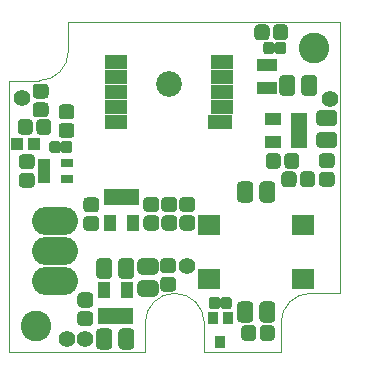
<source format=gbr>
G04 #@! TF.GenerationSoftware,KiCad,Pcbnew,5.1.6-c6e7f7d~87~ubuntu18.04.1*
G04 #@! TF.CreationDate,2020-08-30T01:02:13+03:00*
G04 #@! TF.ProjectId,nikon_gps,6e696b6f-6e5f-4677-9073-2e6b69636164,B*
G04 #@! TF.SameCoordinates,Original*
G04 #@! TF.FileFunction,Soldermask,Top*
G04 #@! TF.FilePolarity,Negative*
%FSLAX46Y46*%
G04 Gerber Fmt 4.6, Leading zero omitted, Abs format (unit mm)*
G04 Created by KiCad (PCBNEW 5.1.6-c6e7f7d~87~ubuntu18.04.1) date 2020-08-30 01:02:13*
%MOMM*%
%LPD*%
G01*
G04 APERTURE LIST*
G04 #@! TA.AperFunction,Profile*
%ADD10C,0.100000*%
G04 #@! TD*
%ADD11R,1.950000X1.700000*%
%ADD12C,1.400000*%
%ADD13R,1.460000X1.050000*%
%ADD14C,2.600000*%
%ADD15O,3.900000X2.400000*%
%ADD16R,1.050000X1.460000*%
%ADD17R,1.700000X1.100000*%
%ADD18R,2.076000X1.264000*%
%ADD19C,2.178000*%
%ADD20R,1.822000X1.264000*%
%ADD21R,1.000000X1.100000*%
%ADD22R,0.850000X1.100000*%
%ADD23R,1.050000X0.800000*%
G04 APERTURE END LIST*
D10*
X116500000Y-125500000D02*
X116500000Y-128000000D01*
X111500000Y-125500000D02*
X111500000Y-128000000D01*
X114000000Y-123000000D02*
G75*
G03*
X111500000Y-125500000I0J-2500000D01*
G01*
X116500000Y-125500000D02*
G75*
G03*
X114000000Y-123000000I-2500000J0D01*
G01*
X100000000Y-128000000D02*
X111500000Y-128000000D01*
X105000000Y-100000000D02*
X128000000Y-100000000D01*
X128000000Y-123000000D02*
X128000000Y-100000000D01*
X116500000Y-128000000D02*
X123000000Y-128000000D01*
X100000000Y-128000000D02*
X100000000Y-105000000D01*
X100000000Y-105000000D02*
X102500000Y-105000000D01*
X105000000Y-102500000D02*
X105000000Y-100000000D01*
X105000000Y-102500000D02*
G75*
G02*
X102500000Y-105000000I-2500000J0D01*
G01*
X123000000Y-125500000D02*
G75*
G02*
X125500000Y-123000000I2500000J0D01*
G01*
X123000000Y-125500000D02*
X123000000Y-128000000D01*
X125500000Y-123000000D02*
X128000000Y-123000000D01*
G36*
G01*
X101116750Y-112799000D02*
X101829250Y-112799000D01*
G75*
G02*
X102148000Y-113117750I0J-318750D01*
G01*
X102148000Y-113755250D01*
G75*
G02*
X101829250Y-114074000I-318750J0D01*
G01*
X101116750Y-114074000D01*
G75*
G02*
X100798000Y-113755250I0J318750D01*
G01*
X100798000Y-113117750D01*
G75*
G02*
X101116750Y-112799000I318750J0D01*
G01*
G37*
G36*
G01*
X101116750Y-111224000D02*
X101829250Y-111224000D01*
G75*
G02*
X102148000Y-111542750I0J-318750D01*
G01*
X102148000Y-112180250D01*
G75*
G02*
X101829250Y-112499000I-318750J0D01*
G01*
X101116750Y-112499000D01*
G75*
G02*
X100798000Y-112180250I0J318750D01*
G01*
X100798000Y-111542750D01*
G75*
G02*
X101116750Y-111224000I318750J0D01*
G01*
G37*
D11*
X116924000Y-121757000D03*
X116924000Y-117257000D03*
X124884000Y-117257000D03*
X124884000Y-121757000D03*
G36*
G01*
X113894250Y-116113500D02*
X113181750Y-116113500D01*
G75*
G02*
X112863000Y-115794750I0J318750D01*
G01*
X112863000Y-115157250D01*
G75*
G02*
X113181750Y-114838500I318750J0D01*
G01*
X113894250Y-114838500D01*
G75*
G02*
X114213000Y-115157250I0J-318750D01*
G01*
X114213000Y-115794750D01*
G75*
G02*
X113894250Y-116113500I-318750J0D01*
G01*
G37*
G36*
G01*
X113894250Y-117688500D02*
X113181750Y-117688500D01*
G75*
G02*
X112863000Y-117369750I0J318750D01*
G01*
X112863000Y-116732250D01*
G75*
G02*
X113181750Y-116413500I318750J0D01*
G01*
X113894250Y-116413500D01*
G75*
G02*
X114213000Y-116732250I0J-318750D01*
G01*
X114213000Y-117369750D01*
G75*
G02*
X113894250Y-117688500I-318750J0D01*
G01*
G37*
G36*
G01*
X127229250Y-112410000D02*
X126516750Y-112410000D01*
G75*
G02*
X126198000Y-112091250I0J318750D01*
G01*
X126198000Y-111453750D01*
G75*
G02*
X126516750Y-111135000I318750J0D01*
G01*
X127229250Y-111135000D01*
G75*
G02*
X127548000Y-111453750I0J-318750D01*
G01*
X127548000Y-112091250D01*
G75*
G02*
X127229250Y-112410000I-318750J0D01*
G01*
G37*
G36*
G01*
X127229250Y-113985000D02*
X126516750Y-113985000D01*
G75*
G02*
X126198000Y-113666250I0J318750D01*
G01*
X126198000Y-113028750D01*
G75*
G02*
X126516750Y-112710000I318750J0D01*
G01*
X127229250Y-112710000D01*
G75*
G02*
X127548000Y-113028750I0J-318750D01*
G01*
X127548000Y-113666250D01*
G75*
G02*
X127229250Y-113985000I-318750J0D01*
G01*
G37*
G36*
G01*
X111178350Y-121916000D02*
X112290850Y-121916000D01*
G75*
G02*
X112634600Y-122259750I0J-343750D01*
G01*
X112634600Y-122947250D01*
G75*
G02*
X112290850Y-123291000I-343750J0D01*
G01*
X111178350Y-123291000D01*
G75*
G02*
X110834600Y-122947250I0J343750D01*
G01*
X110834600Y-122259750D01*
G75*
G02*
X111178350Y-121916000I343750J0D01*
G01*
G37*
G36*
G01*
X111178350Y-120041000D02*
X112290850Y-120041000D01*
G75*
G02*
X112634600Y-120384750I0J-343750D01*
G01*
X112634600Y-121072250D01*
G75*
G02*
X112290850Y-121416000I-343750J0D01*
G01*
X111178350Y-121416000D01*
G75*
G02*
X110834600Y-121072250I0J343750D01*
G01*
X110834600Y-120384750D01*
G75*
G02*
X111178350Y-120041000I343750J0D01*
G01*
G37*
D12*
X101028500Y-106489500D03*
G36*
G01*
X101983400Y-108558950D02*
X101983400Y-109271450D01*
G75*
G02*
X101664650Y-109590200I-318750J0D01*
G01*
X101027150Y-109590200D01*
G75*
G02*
X100708400Y-109271450I0J318750D01*
G01*
X100708400Y-108558950D01*
G75*
G02*
X101027150Y-108240200I318750J0D01*
G01*
X101664650Y-108240200D01*
G75*
G02*
X101983400Y-108558950I0J-318750D01*
G01*
G37*
G36*
G01*
X103558400Y-108558950D02*
X103558400Y-109271450D01*
G75*
G02*
X103239650Y-109590200I-318750J0D01*
G01*
X102602150Y-109590200D01*
G75*
G02*
X102283400Y-109271450I0J318750D01*
G01*
X102283400Y-108558950D01*
G75*
G02*
X102602150Y-108240200I318750J0D01*
G01*
X103239650Y-108240200D01*
G75*
G02*
X103558400Y-108558950I0J-318750D01*
G01*
G37*
G36*
G01*
X102997750Y-106530000D02*
X102285250Y-106530000D01*
G75*
G02*
X101966500Y-106211250I0J318750D01*
G01*
X101966500Y-105573750D01*
G75*
G02*
X102285250Y-105255000I318750J0D01*
G01*
X102997750Y-105255000D01*
G75*
G02*
X103316500Y-105573750I0J-318750D01*
G01*
X103316500Y-106211250D01*
G75*
G02*
X102997750Y-106530000I-318750J0D01*
G01*
G37*
G36*
G01*
X102997750Y-108105000D02*
X102285250Y-108105000D01*
G75*
G02*
X101966500Y-107786250I0J318750D01*
G01*
X101966500Y-107148750D01*
G75*
G02*
X102285250Y-106830000I318750J0D01*
G01*
X102997750Y-106830000D01*
G75*
G02*
X103316500Y-107148750I0J-318750D01*
G01*
X103316500Y-107786250D01*
G75*
G02*
X102997750Y-108105000I-318750J0D01*
G01*
G37*
D13*
X124544000Y-110170000D03*
X124544000Y-109220000D03*
X124544000Y-108270000D03*
X122344000Y-108270000D03*
X122344000Y-110170000D03*
G36*
G01*
X124710000Y-105966250D02*
X124710000Y-104853750D01*
G75*
G02*
X125053750Y-104510000I343750J0D01*
G01*
X125741250Y-104510000D01*
G75*
G02*
X126085000Y-104853750I0J-343750D01*
G01*
X126085000Y-105966250D01*
G75*
G02*
X125741250Y-106310000I-343750J0D01*
G01*
X125053750Y-106310000D01*
G75*
G02*
X124710000Y-105966250I0J343750D01*
G01*
G37*
G36*
G01*
X122835000Y-105966250D02*
X122835000Y-104853750D01*
G75*
G02*
X123178750Y-104510000I343750J0D01*
G01*
X123866250Y-104510000D01*
G75*
G02*
X124210000Y-104853750I0J-343750D01*
G01*
X124210000Y-105966250D01*
G75*
G02*
X123866250Y-106310000I-343750J0D01*
G01*
X123178750Y-106310000D01*
G75*
G02*
X122835000Y-105966250I0J343750D01*
G01*
G37*
G36*
G01*
X122461000Y-101962500D02*
X122461000Y-102507500D01*
G75*
G02*
X122213500Y-102755000I-247500J0D01*
G01*
X121718500Y-102755000D01*
G75*
G02*
X121471000Y-102507500I0J247500D01*
G01*
X121471000Y-101962500D01*
G75*
G02*
X121718500Y-101715000I247500J0D01*
G01*
X122213500Y-101715000D01*
G75*
G02*
X122461000Y-101962500I0J-247500D01*
G01*
G37*
G36*
G01*
X123431000Y-101962500D02*
X123431000Y-102507500D01*
G75*
G02*
X123183500Y-102755000I-247500J0D01*
G01*
X122688500Y-102755000D01*
G75*
G02*
X122441000Y-102507500I0J247500D01*
G01*
X122441000Y-101962500D01*
G75*
G02*
X122688500Y-101715000I247500J0D01*
G01*
X123183500Y-101715000D01*
G75*
G02*
X123431000Y-101962500I0J-247500D01*
G01*
G37*
D14*
X125750000Y-102250000D03*
G36*
G01*
X121154000Y-114983250D02*
X121154000Y-113870750D01*
G75*
G02*
X121497750Y-113527000I343750J0D01*
G01*
X122185250Y-113527000D01*
G75*
G02*
X122529000Y-113870750I0J-343750D01*
G01*
X122529000Y-114983250D01*
G75*
G02*
X122185250Y-115327000I-343750J0D01*
G01*
X121497750Y-115327000D01*
G75*
G02*
X121154000Y-114983250I0J343750D01*
G01*
G37*
G36*
G01*
X119279000Y-114983250D02*
X119279000Y-113870750D01*
G75*
G02*
X119622750Y-113527000I343750J0D01*
G01*
X120310250Y-113527000D01*
G75*
G02*
X120654000Y-113870750I0J-343750D01*
G01*
X120654000Y-114983250D01*
G75*
G02*
X120310250Y-115327000I-343750J0D01*
G01*
X119622750Y-115327000D01*
G75*
G02*
X119279000Y-114983250I0J343750D01*
G01*
G37*
G36*
G01*
X124310000Y-112991250D02*
X124310000Y-113703750D01*
G75*
G02*
X123991250Y-114022500I-318750J0D01*
G01*
X123353750Y-114022500D01*
G75*
G02*
X123035000Y-113703750I0J318750D01*
G01*
X123035000Y-112991250D01*
G75*
G02*
X123353750Y-112672500I318750J0D01*
G01*
X123991250Y-112672500D01*
G75*
G02*
X124310000Y-112991250I0J-318750D01*
G01*
G37*
G36*
G01*
X125885000Y-112991250D02*
X125885000Y-113703750D01*
G75*
G02*
X125566250Y-114022500I-318750J0D01*
G01*
X124928750Y-114022500D01*
G75*
G02*
X124610000Y-113703750I0J318750D01*
G01*
X124610000Y-112991250D01*
G75*
G02*
X124928750Y-112672500I318750J0D01*
G01*
X125566250Y-112672500D01*
G75*
G02*
X125885000Y-112991250I0J-318750D01*
G01*
G37*
G36*
G01*
X122024000Y-100545250D02*
X122024000Y-101257750D01*
G75*
G02*
X121705250Y-101576500I-318750J0D01*
G01*
X121067750Y-101576500D01*
G75*
G02*
X120749000Y-101257750I0J318750D01*
G01*
X120749000Y-100545250D01*
G75*
G02*
X121067750Y-100226500I318750J0D01*
G01*
X121705250Y-100226500D01*
G75*
G02*
X122024000Y-100545250I0J-318750D01*
G01*
G37*
G36*
G01*
X123599000Y-100545250D02*
X123599000Y-101257750D01*
G75*
G02*
X123280250Y-101576500I-318750J0D01*
G01*
X122642750Y-101576500D01*
G75*
G02*
X122324000Y-101257750I0J318750D01*
G01*
X122324000Y-100545250D01*
G75*
G02*
X122642750Y-100226500I318750J0D01*
G01*
X123280250Y-100226500D01*
G75*
G02*
X123599000Y-100545250I0J-318750D01*
G01*
G37*
G36*
G01*
X106782250Y-124208500D02*
X106069750Y-124208500D01*
G75*
G02*
X105751000Y-123889750I0J318750D01*
G01*
X105751000Y-123252250D01*
G75*
G02*
X106069750Y-122933500I318750J0D01*
G01*
X106782250Y-122933500D01*
G75*
G02*
X107101000Y-123252250I0J-318750D01*
G01*
X107101000Y-123889750D01*
G75*
G02*
X106782250Y-124208500I-318750J0D01*
G01*
G37*
G36*
G01*
X106782250Y-125783500D02*
X106069750Y-125783500D01*
G75*
G02*
X105751000Y-125464750I0J318750D01*
G01*
X105751000Y-124827250D01*
G75*
G02*
X106069750Y-124508500I318750J0D01*
G01*
X106782250Y-124508500D01*
G75*
G02*
X107101000Y-124827250I0J-318750D01*
G01*
X107101000Y-125464750D01*
G75*
G02*
X106782250Y-125783500I-318750J0D01*
G01*
G37*
G36*
G01*
X109216000Y-121460250D02*
X109216000Y-120347750D01*
G75*
G02*
X109559750Y-120004000I343750J0D01*
G01*
X110247250Y-120004000D01*
G75*
G02*
X110591000Y-120347750I0J-343750D01*
G01*
X110591000Y-121460250D01*
G75*
G02*
X110247250Y-121804000I-343750J0D01*
G01*
X109559750Y-121804000D01*
G75*
G02*
X109216000Y-121460250I0J343750D01*
G01*
G37*
G36*
G01*
X107341000Y-121460250D02*
X107341000Y-120347750D01*
G75*
G02*
X107684750Y-120004000I343750J0D01*
G01*
X108372250Y-120004000D01*
G75*
G02*
X108716000Y-120347750I0J-343750D01*
G01*
X108716000Y-121460250D01*
G75*
G02*
X108372250Y-121804000I-343750J0D01*
G01*
X107684750Y-121804000D01*
G75*
G02*
X107341000Y-121460250I0J343750D01*
G01*
G37*
G36*
G01*
X120654000Y-124030750D02*
X120654000Y-125143250D01*
G75*
G02*
X120310250Y-125487000I-343750J0D01*
G01*
X119622750Y-125487000D01*
G75*
G02*
X119279000Y-125143250I0J343750D01*
G01*
X119279000Y-124030750D01*
G75*
G02*
X119622750Y-123687000I343750J0D01*
G01*
X120310250Y-123687000D01*
G75*
G02*
X120654000Y-124030750I0J-343750D01*
G01*
G37*
G36*
G01*
X122529000Y-124030750D02*
X122529000Y-125143250D01*
G75*
G02*
X122185250Y-125487000I-343750J0D01*
G01*
X121497750Y-125487000D01*
G75*
G02*
X121154000Y-125143250I0J343750D01*
G01*
X121154000Y-124030750D01*
G75*
G02*
X121497750Y-123687000I343750J0D01*
G01*
X122185250Y-123687000D01*
G75*
G02*
X122529000Y-124030750I0J-343750D01*
G01*
G37*
D15*
X103886000Y-121920000D03*
X103886000Y-119380000D03*
X103886000Y-116840000D03*
G36*
G01*
X127429250Y-108843000D02*
X126316750Y-108843000D01*
G75*
G02*
X125973000Y-108499250I0J343750D01*
G01*
X125973000Y-107811750D01*
G75*
G02*
X126316750Y-107468000I343750J0D01*
G01*
X127429250Y-107468000D01*
G75*
G02*
X127773000Y-107811750I0J-343750D01*
G01*
X127773000Y-108499250D01*
G75*
G02*
X127429250Y-108843000I-343750J0D01*
G01*
G37*
G36*
G01*
X127429250Y-110718000D02*
X126316750Y-110718000D01*
G75*
G02*
X125973000Y-110374250I0J343750D01*
G01*
X125973000Y-109686750D01*
G75*
G02*
X126316750Y-109343000I343750J0D01*
G01*
X127429250Y-109343000D01*
G75*
G02*
X127773000Y-109686750I0J-343750D01*
G01*
X127773000Y-110374250D01*
G75*
G02*
X127429250Y-110718000I-343750J0D01*
G01*
G37*
D14*
X102250000Y-125750000D03*
D16*
X110424000Y-114851000D03*
X109474000Y-114851000D03*
X108524000Y-114851000D03*
X108524000Y-117051000D03*
X110424000Y-117051000D03*
X108016000Y-124925000D03*
X108966000Y-124925000D03*
X109916000Y-124925000D03*
X109916000Y-122725000D03*
X108016000Y-122725000D03*
G36*
G01*
X109216000Y-127429250D02*
X109216000Y-126316750D01*
G75*
G02*
X109559750Y-125973000I343750J0D01*
G01*
X110247250Y-125973000D01*
G75*
G02*
X110591000Y-126316750I0J-343750D01*
G01*
X110591000Y-127429250D01*
G75*
G02*
X110247250Y-127773000I-343750J0D01*
G01*
X109559750Y-127773000D01*
G75*
G02*
X109216000Y-127429250I0J343750D01*
G01*
G37*
G36*
G01*
X107341000Y-127429250D02*
X107341000Y-126316750D01*
G75*
G02*
X107684750Y-125973000I343750J0D01*
G01*
X108372250Y-125973000D01*
G75*
G02*
X108716000Y-126316750I0J-343750D01*
G01*
X108716000Y-127429250D01*
G75*
G02*
X108372250Y-127773000I-343750J0D01*
G01*
X107684750Y-127773000D01*
G75*
G02*
X107341000Y-127429250I0J343750D01*
G01*
G37*
G36*
G01*
X113080150Y-121612800D02*
X113792650Y-121612800D01*
G75*
G02*
X114111400Y-121931550I0J-318750D01*
G01*
X114111400Y-122569050D01*
G75*
G02*
X113792650Y-122887800I-318750J0D01*
G01*
X113080150Y-122887800D01*
G75*
G02*
X112761400Y-122569050I0J318750D01*
G01*
X112761400Y-121931550D01*
G75*
G02*
X113080150Y-121612800I318750J0D01*
G01*
G37*
G36*
G01*
X113080150Y-120037800D02*
X113792650Y-120037800D01*
G75*
G02*
X114111400Y-120356550I0J-318750D01*
G01*
X114111400Y-120994050D01*
G75*
G02*
X113792650Y-121312800I-318750J0D01*
G01*
X113080150Y-121312800D01*
G75*
G02*
X112761400Y-120994050I0J318750D01*
G01*
X112761400Y-120356550D01*
G75*
G02*
X113080150Y-120037800I318750J0D01*
G01*
G37*
G36*
G01*
X123281500Y-112154350D02*
X123281500Y-111441850D01*
G75*
G02*
X123600250Y-111123100I318750J0D01*
G01*
X124237750Y-111123100D01*
G75*
G02*
X124556500Y-111441850I0J-318750D01*
G01*
X124556500Y-112154350D01*
G75*
G02*
X124237750Y-112473100I-318750J0D01*
G01*
X123600250Y-112473100D01*
G75*
G02*
X123281500Y-112154350I0J318750D01*
G01*
G37*
G36*
G01*
X121706500Y-112154350D02*
X121706500Y-111441850D01*
G75*
G02*
X122025250Y-111123100I318750J0D01*
G01*
X122662750Y-111123100D01*
G75*
G02*
X122981500Y-111441850I0J-318750D01*
G01*
X122981500Y-112154350D01*
G75*
G02*
X122662750Y-112473100I-318750J0D01*
G01*
X122025250Y-112473100D01*
G75*
G02*
X121706500Y-112154350I0J318750D01*
G01*
G37*
D12*
X106426000Y-126873000D03*
X115011200Y-120726100D03*
X104902000Y-126873000D03*
G36*
G01*
X106577750Y-116456500D02*
X107290250Y-116456500D01*
G75*
G02*
X107609000Y-116775250I0J-318750D01*
G01*
X107609000Y-117412750D01*
G75*
G02*
X107290250Y-117731500I-318750J0D01*
G01*
X106577750Y-117731500D01*
G75*
G02*
X106259000Y-117412750I0J318750D01*
G01*
X106259000Y-116775250D01*
G75*
G02*
X106577750Y-116456500I318750J0D01*
G01*
G37*
G36*
G01*
X106577750Y-114881500D02*
X107290250Y-114881500D01*
G75*
G02*
X107609000Y-115200250I0J-318750D01*
G01*
X107609000Y-115837750D01*
G75*
G02*
X107290250Y-116156500I-318750J0D01*
G01*
X106577750Y-116156500D01*
G75*
G02*
X106259000Y-115837750I0J318750D01*
G01*
X106259000Y-115200250D01*
G75*
G02*
X106577750Y-114881500I318750J0D01*
G01*
G37*
G36*
G01*
X121204000Y-126721250D02*
X121204000Y-126008750D01*
G75*
G02*
X121522750Y-125690000I318750J0D01*
G01*
X122160250Y-125690000D01*
G75*
G02*
X122479000Y-126008750I0J-318750D01*
G01*
X122479000Y-126721250D01*
G75*
G02*
X122160250Y-127040000I-318750J0D01*
G01*
X121522750Y-127040000D01*
G75*
G02*
X121204000Y-126721250I0J318750D01*
G01*
G37*
G36*
G01*
X119629000Y-126721250D02*
X119629000Y-126008750D01*
G75*
G02*
X119947750Y-125690000I318750J0D01*
G01*
X120585250Y-125690000D01*
G75*
G02*
X120904000Y-126008750I0J-318750D01*
G01*
X120904000Y-126721250D01*
G75*
G02*
X120585250Y-127040000I-318750J0D01*
G01*
X119947750Y-127040000D01*
G75*
G02*
X119629000Y-126721250I0J318750D01*
G01*
G37*
G36*
G01*
X111657750Y-116413500D02*
X112370250Y-116413500D01*
G75*
G02*
X112689000Y-116732250I0J-318750D01*
G01*
X112689000Y-117369750D01*
G75*
G02*
X112370250Y-117688500I-318750J0D01*
G01*
X111657750Y-117688500D01*
G75*
G02*
X111339000Y-117369750I0J318750D01*
G01*
X111339000Y-116732250D01*
G75*
G02*
X111657750Y-116413500I318750J0D01*
G01*
G37*
G36*
G01*
X111657750Y-114838500D02*
X112370250Y-114838500D01*
G75*
G02*
X112689000Y-115157250I0J-318750D01*
G01*
X112689000Y-115794750D01*
G75*
G02*
X112370250Y-116113500I-318750J0D01*
G01*
X111657750Y-116113500D01*
G75*
G02*
X111339000Y-115794750I0J318750D01*
G01*
X111339000Y-115157250D01*
G75*
G02*
X111657750Y-114838500I318750J0D01*
G01*
G37*
D17*
X121793000Y-105632000D03*
X121793000Y-103632000D03*
G36*
G01*
X104341000Y-110889500D02*
X104341000Y-110344500D01*
G75*
G02*
X104588500Y-110097000I247500J0D01*
G01*
X105083500Y-110097000D01*
G75*
G02*
X105331000Y-110344500I0J-247500D01*
G01*
X105331000Y-110889500D01*
G75*
G02*
X105083500Y-111137000I-247500J0D01*
G01*
X104588500Y-111137000D01*
G75*
G02*
X104341000Y-110889500I0J247500D01*
G01*
G37*
G36*
G01*
X103371000Y-110889500D02*
X103371000Y-110344500D01*
G75*
G02*
X103618500Y-110097000I247500J0D01*
G01*
X104113500Y-110097000D01*
G75*
G02*
X104361000Y-110344500I0J-247500D01*
G01*
X104361000Y-110889500D01*
G75*
G02*
X104113500Y-111137000I-247500J0D01*
G01*
X103618500Y-111137000D01*
G75*
G02*
X103371000Y-110889500I0J247500D01*
G01*
G37*
D12*
X127127000Y-106553000D03*
D18*
X117816500Y-108505000D03*
D19*
X113500000Y-105275000D03*
D20*
X117989000Y-107235000D03*
X117989000Y-105965000D03*
X117989000Y-104695000D03*
X117989000Y-103425000D03*
X109011000Y-108505000D03*
X109011000Y-107235000D03*
X109011000Y-105965000D03*
X109011000Y-104695000D03*
X109011000Y-103425000D03*
D21*
X100646000Y-110363000D03*
X102046000Y-110363000D03*
G36*
G01*
X105192250Y-108282500D02*
X104479750Y-108282500D01*
G75*
G02*
X104161000Y-107963750I0J318750D01*
G01*
X104161000Y-107326250D01*
G75*
G02*
X104479750Y-107007500I318750J0D01*
G01*
X105192250Y-107007500D01*
G75*
G02*
X105511000Y-107326250I0J-318750D01*
G01*
X105511000Y-107963750D01*
G75*
G02*
X105192250Y-108282500I-318750J0D01*
G01*
G37*
G36*
G01*
X105192250Y-109857500D02*
X104479750Y-109857500D01*
G75*
G02*
X104161000Y-109538750I0J318750D01*
G01*
X104161000Y-108901250D01*
G75*
G02*
X104479750Y-108582500I318750J0D01*
G01*
X105192250Y-108582500D01*
G75*
G02*
X105511000Y-108901250I0J-318750D01*
G01*
X105511000Y-109538750D01*
G75*
G02*
X105192250Y-109857500I-318750J0D01*
G01*
G37*
G36*
G01*
X117866000Y-123552500D02*
X117866000Y-124097500D01*
G75*
G02*
X117618500Y-124345000I-247500J0D01*
G01*
X117123500Y-124345000D01*
G75*
G02*
X116876000Y-124097500I0J247500D01*
G01*
X116876000Y-123552500D01*
G75*
G02*
X117123500Y-123305000I247500J0D01*
G01*
X117618500Y-123305000D01*
G75*
G02*
X117866000Y-123552500I0J-247500D01*
G01*
G37*
G36*
G01*
X118836000Y-123552500D02*
X118836000Y-124097500D01*
G75*
G02*
X118588500Y-124345000I-247500J0D01*
G01*
X118093500Y-124345000D01*
G75*
G02*
X117846000Y-124097500I0J247500D01*
G01*
X117846000Y-123552500D01*
G75*
G02*
X118093500Y-123305000I247500J0D01*
G01*
X118588500Y-123305000D01*
G75*
G02*
X118836000Y-123552500I0J-247500D01*
G01*
G37*
G36*
G01*
X114705750Y-116413500D02*
X115418250Y-116413500D01*
G75*
G02*
X115737000Y-116732250I0J-318750D01*
G01*
X115737000Y-117369750D01*
G75*
G02*
X115418250Y-117688500I-318750J0D01*
G01*
X114705750Y-117688500D01*
G75*
G02*
X114387000Y-117369750I0J318750D01*
G01*
X114387000Y-116732250D01*
G75*
G02*
X114705750Y-116413500I318750J0D01*
G01*
G37*
G36*
G01*
X114705750Y-114838500D02*
X115418250Y-114838500D01*
G75*
G02*
X115737000Y-115157250I0J-318750D01*
G01*
X115737000Y-115794750D01*
G75*
G02*
X115418250Y-116113500I-318750J0D01*
G01*
X114705750Y-116113500D01*
G75*
G02*
X114387000Y-115794750I0J318750D01*
G01*
X114387000Y-115157250D01*
G75*
G02*
X114705750Y-114838500I318750J0D01*
G01*
G37*
D22*
X117856000Y-127111000D03*
X117206000Y-125111000D03*
X118506000Y-125111000D03*
D23*
X104836000Y-111999000D03*
X104836000Y-113299000D03*
X102936000Y-112649000D03*
X102936000Y-113299000D03*
X102936000Y-111999000D03*
M02*

</source>
